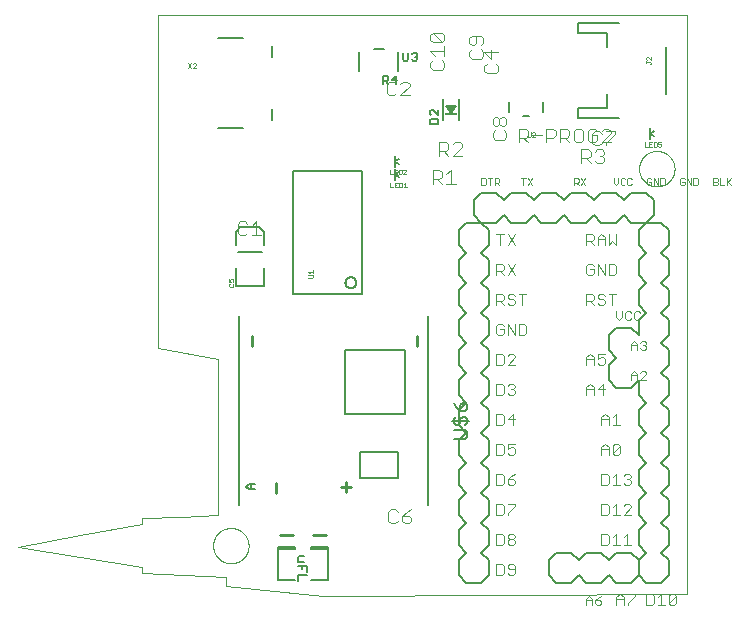
<source format=gto>
G75*
%MOIN*%
%OFA0B0*%
%FSLAX25Y25*%
%IPPOS*%
%LPD*%
%AMOC8*
5,1,8,0,0,1.08239X$1,22.5*
%
%ADD10C,0.00000*%
%ADD11C,0.00400*%
%ADD12C,0.00800*%
%ADD13C,0.00500*%
%ADD14C,0.00100*%
%ADD15C,0.00300*%
%ADD16C,0.00200*%
%ADD17C,0.00600*%
%ADD18C,0.00900*%
%ADD19C,0.00700*%
%ADD20R,0.03937X0.00787*%
%ADD21C,0.01000*%
D10*
X0004557Y0022435D02*
X0025391Y0026394D01*
X0045891Y0030019D01*
X0045960Y0031852D01*
X0046030Y0032019D01*
X0058794Y0032505D01*
X0071224Y0032991D01*
X0071200Y0032985D02*
X0071225Y0058990D01*
X0071224Y0058963D02*
X0071224Y0084935D01*
X0051224Y0088685D01*
X0051224Y0199797D01*
X0227474Y0199797D01*
X0227474Y0006741D01*
X0166919Y0006394D01*
X0106363Y0006047D01*
X0074002Y0009419D01*
X0074002Y0012574D01*
X0059905Y0013130D01*
X0045807Y0013685D01*
X0045807Y0015908D01*
X0004557Y0022435D01*
X0069653Y0022850D02*
X0069655Y0023003D01*
X0069661Y0023157D01*
X0069671Y0023310D01*
X0069685Y0023462D01*
X0069703Y0023615D01*
X0069725Y0023766D01*
X0069750Y0023917D01*
X0069780Y0024068D01*
X0069814Y0024218D01*
X0069851Y0024366D01*
X0069892Y0024514D01*
X0069937Y0024660D01*
X0069986Y0024806D01*
X0070039Y0024950D01*
X0070095Y0025092D01*
X0070155Y0025233D01*
X0070219Y0025373D01*
X0070286Y0025511D01*
X0070357Y0025647D01*
X0070432Y0025781D01*
X0070509Y0025913D01*
X0070591Y0026043D01*
X0070675Y0026171D01*
X0070763Y0026297D01*
X0070854Y0026420D01*
X0070948Y0026541D01*
X0071046Y0026659D01*
X0071146Y0026775D01*
X0071250Y0026888D01*
X0071356Y0026999D01*
X0071465Y0027107D01*
X0071577Y0027212D01*
X0071691Y0027313D01*
X0071809Y0027412D01*
X0071928Y0027508D01*
X0072050Y0027601D01*
X0072175Y0027690D01*
X0072302Y0027777D01*
X0072431Y0027859D01*
X0072562Y0027939D01*
X0072695Y0028015D01*
X0072830Y0028088D01*
X0072967Y0028157D01*
X0073106Y0028222D01*
X0073246Y0028284D01*
X0073388Y0028342D01*
X0073531Y0028397D01*
X0073676Y0028448D01*
X0073822Y0028495D01*
X0073969Y0028538D01*
X0074117Y0028577D01*
X0074266Y0028613D01*
X0074416Y0028644D01*
X0074567Y0028672D01*
X0074718Y0028696D01*
X0074871Y0028716D01*
X0075023Y0028732D01*
X0075176Y0028744D01*
X0075329Y0028752D01*
X0075482Y0028756D01*
X0075636Y0028756D01*
X0075789Y0028752D01*
X0075942Y0028744D01*
X0076095Y0028732D01*
X0076247Y0028716D01*
X0076400Y0028696D01*
X0076551Y0028672D01*
X0076702Y0028644D01*
X0076852Y0028613D01*
X0077001Y0028577D01*
X0077149Y0028538D01*
X0077296Y0028495D01*
X0077442Y0028448D01*
X0077587Y0028397D01*
X0077730Y0028342D01*
X0077872Y0028284D01*
X0078012Y0028222D01*
X0078151Y0028157D01*
X0078288Y0028088D01*
X0078423Y0028015D01*
X0078556Y0027939D01*
X0078687Y0027859D01*
X0078816Y0027777D01*
X0078943Y0027690D01*
X0079068Y0027601D01*
X0079190Y0027508D01*
X0079309Y0027412D01*
X0079427Y0027313D01*
X0079541Y0027212D01*
X0079653Y0027107D01*
X0079762Y0026999D01*
X0079868Y0026888D01*
X0079972Y0026775D01*
X0080072Y0026659D01*
X0080170Y0026541D01*
X0080264Y0026420D01*
X0080355Y0026297D01*
X0080443Y0026171D01*
X0080527Y0026043D01*
X0080609Y0025913D01*
X0080686Y0025781D01*
X0080761Y0025647D01*
X0080832Y0025511D01*
X0080899Y0025373D01*
X0080963Y0025233D01*
X0081023Y0025092D01*
X0081079Y0024950D01*
X0081132Y0024806D01*
X0081181Y0024660D01*
X0081226Y0024514D01*
X0081267Y0024366D01*
X0081304Y0024218D01*
X0081338Y0024068D01*
X0081368Y0023917D01*
X0081393Y0023766D01*
X0081415Y0023615D01*
X0081433Y0023462D01*
X0081447Y0023310D01*
X0081457Y0023157D01*
X0081463Y0023003D01*
X0081465Y0022850D01*
X0081463Y0022697D01*
X0081457Y0022543D01*
X0081447Y0022390D01*
X0081433Y0022238D01*
X0081415Y0022085D01*
X0081393Y0021934D01*
X0081368Y0021783D01*
X0081338Y0021632D01*
X0081304Y0021482D01*
X0081267Y0021334D01*
X0081226Y0021186D01*
X0081181Y0021040D01*
X0081132Y0020894D01*
X0081079Y0020750D01*
X0081023Y0020608D01*
X0080963Y0020467D01*
X0080899Y0020327D01*
X0080832Y0020189D01*
X0080761Y0020053D01*
X0080686Y0019919D01*
X0080609Y0019787D01*
X0080527Y0019657D01*
X0080443Y0019529D01*
X0080355Y0019403D01*
X0080264Y0019280D01*
X0080170Y0019159D01*
X0080072Y0019041D01*
X0079972Y0018925D01*
X0079868Y0018812D01*
X0079762Y0018701D01*
X0079653Y0018593D01*
X0079541Y0018488D01*
X0079427Y0018387D01*
X0079309Y0018288D01*
X0079190Y0018192D01*
X0079068Y0018099D01*
X0078943Y0018010D01*
X0078816Y0017923D01*
X0078687Y0017841D01*
X0078556Y0017761D01*
X0078423Y0017685D01*
X0078288Y0017612D01*
X0078151Y0017543D01*
X0078012Y0017478D01*
X0077872Y0017416D01*
X0077730Y0017358D01*
X0077587Y0017303D01*
X0077442Y0017252D01*
X0077296Y0017205D01*
X0077149Y0017162D01*
X0077001Y0017123D01*
X0076852Y0017087D01*
X0076702Y0017056D01*
X0076551Y0017028D01*
X0076400Y0017004D01*
X0076247Y0016984D01*
X0076095Y0016968D01*
X0075942Y0016956D01*
X0075789Y0016948D01*
X0075636Y0016944D01*
X0075482Y0016944D01*
X0075329Y0016948D01*
X0075176Y0016956D01*
X0075023Y0016968D01*
X0074871Y0016984D01*
X0074718Y0017004D01*
X0074567Y0017028D01*
X0074416Y0017056D01*
X0074266Y0017087D01*
X0074117Y0017123D01*
X0073969Y0017162D01*
X0073822Y0017205D01*
X0073676Y0017252D01*
X0073531Y0017303D01*
X0073388Y0017358D01*
X0073246Y0017416D01*
X0073106Y0017478D01*
X0072967Y0017543D01*
X0072830Y0017612D01*
X0072695Y0017685D01*
X0072562Y0017761D01*
X0072431Y0017841D01*
X0072302Y0017923D01*
X0072175Y0018010D01*
X0072050Y0018099D01*
X0071928Y0018192D01*
X0071809Y0018288D01*
X0071691Y0018387D01*
X0071577Y0018488D01*
X0071465Y0018593D01*
X0071356Y0018701D01*
X0071250Y0018812D01*
X0071146Y0018925D01*
X0071046Y0019041D01*
X0070948Y0019159D01*
X0070854Y0019280D01*
X0070763Y0019403D01*
X0070675Y0019529D01*
X0070591Y0019657D01*
X0070509Y0019787D01*
X0070432Y0019919D01*
X0070357Y0020053D01*
X0070286Y0020189D01*
X0070219Y0020327D01*
X0070155Y0020467D01*
X0070095Y0020608D01*
X0070039Y0020750D01*
X0069986Y0020894D01*
X0069937Y0021040D01*
X0069892Y0021186D01*
X0069851Y0021334D01*
X0069814Y0021482D01*
X0069780Y0021632D01*
X0069750Y0021783D01*
X0069725Y0021934D01*
X0069703Y0022085D01*
X0069685Y0022238D01*
X0069671Y0022390D01*
X0069661Y0022543D01*
X0069655Y0022697D01*
X0069653Y0022850D01*
X0211639Y0148504D02*
X0211641Y0148657D01*
X0211647Y0148811D01*
X0211657Y0148964D01*
X0211671Y0149116D01*
X0211689Y0149269D01*
X0211711Y0149420D01*
X0211736Y0149571D01*
X0211766Y0149722D01*
X0211800Y0149872D01*
X0211837Y0150020D01*
X0211878Y0150168D01*
X0211923Y0150314D01*
X0211972Y0150460D01*
X0212025Y0150604D01*
X0212081Y0150746D01*
X0212141Y0150887D01*
X0212205Y0151027D01*
X0212272Y0151165D01*
X0212343Y0151301D01*
X0212418Y0151435D01*
X0212495Y0151567D01*
X0212577Y0151697D01*
X0212661Y0151825D01*
X0212749Y0151951D01*
X0212840Y0152074D01*
X0212934Y0152195D01*
X0213032Y0152313D01*
X0213132Y0152429D01*
X0213236Y0152542D01*
X0213342Y0152653D01*
X0213451Y0152761D01*
X0213563Y0152866D01*
X0213677Y0152967D01*
X0213795Y0153066D01*
X0213914Y0153162D01*
X0214036Y0153255D01*
X0214161Y0153344D01*
X0214288Y0153431D01*
X0214417Y0153513D01*
X0214548Y0153593D01*
X0214681Y0153669D01*
X0214816Y0153742D01*
X0214953Y0153811D01*
X0215092Y0153876D01*
X0215232Y0153938D01*
X0215374Y0153996D01*
X0215517Y0154051D01*
X0215662Y0154102D01*
X0215808Y0154149D01*
X0215955Y0154192D01*
X0216103Y0154231D01*
X0216252Y0154267D01*
X0216402Y0154298D01*
X0216553Y0154326D01*
X0216704Y0154350D01*
X0216857Y0154370D01*
X0217009Y0154386D01*
X0217162Y0154398D01*
X0217315Y0154406D01*
X0217468Y0154410D01*
X0217622Y0154410D01*
X0217775Y0154406D01*
X0217928Y0154398D01*
X0218081Y0154386D01*
X0218233Y0154370D01*
X0218386Y0154350D01*
X0218537Y0154326D01*
X0218688Y0154298D01*
X0218838Y0154267D01*
X0218987Y0154231D01*
X0219135Y0154192D01*
X0219282Y0154149D01*
X0219428Y0154102D01*
X0219573Y0154051D01*
X0219716Y0153996D01*
X0219858Y0153938D01*
X0219998Y0153876D01*
X0220137Y0153811D01*
X0220274Y0153742D01*
X0220409Y0153669D01*
X0220542Y0153593D01*
X0220673Y0153513D01*
X0220802Y0153431D01*
X0220929Y0153344D01*
X0221054Y0153255D01*
X0221176Y0153162D01*
X0221295Y0153066D01*
X0221413Y0152967D01*
X0221527Y0152866D01*
X0221639Y0152761D01*
X0221748Y0152653D01*
X0221854Y0152542D01*
X0221958Y0152429D01*
X0222058Y0152313D01*
X0222156Y0152195D01*
X0222250Y0152074D01*
X0222341Y0151951D01*
X0222429Y0151825D01*
X0222513Y0151697D01*
X0222595Y0151567D01*
X0222672Y0151435D01*
X0222747Y0151301D01*
X0222818Y0151165D01*
X0222885Y0151027D01*
X0222949Y0150887D01*
X0223009Y0150746D01*
X0223065Y0150604D01*
X0223118Y0150460D01*
X0223167Y0150314D01*
X0223212Y0150168D01*
X0223253Y0150020D01*
X0223290Y0149872D01*
X0223324Y0149722D01*
X0223354Y0149571D01*
X0223379Y0149420D01*
X0223401Y0149269D01*
X0223419Y0149116D01*
X0223433Y0148964D01*
X0223443Y0148811D01*
X0223449Y0148657D01*
X0223451Y0148504D01*
X0223449Y0148351D01*
X0223443Y0148197D01*
X0223433Y0148044D01*
X0223419Y0147892D01*
X0223401Y0147739D01*
X0223379Y0147588D01*
X0223354Y0147437D01*
X0223324Y0147286D01*
X0223290Y0147136D01*
X0223253Y0146988D01*
X0223212Y0146840D01*
X0223167Y0146694D01*
X0223118Y0146548D01*
X0223065Y0146404D01*
X0223009Y0146262D01*
X0222949Y0146121D01*
X0222885Y0145981D01*
X0222818Y0145843D01*
X0222747Y0145707D01*
X0222672Y0145573D01*
X0222595Y0145441D01*
X0222513Y0145311D01*
X0222429Y0145183D01*
X0222341Y0145057D01*
X0222250Y0144934D01*
X0222156Y0144813D01*
X0222058Y0144695D01*
X0221958Y0144579D01*
X0221854Y0144466D01*
X0221748Y0144355D01*
X0221639Y0144247D01*
X0221527Y0144142D01*
X0221413Y0144041D01*
X0221295Y0143942D01*
X0221176Y0143846D01*
X0221054Y0143753D01*
X0220929Y0143664D01*
X0220802Y0143577D01*
X0220673Y0143495D01*
X0220542Y0143415D01*
X0220409Y0143339D01*
X0220274Y0143266D01*
X0220137Y0143197D01*
X0219998Y0143132D01*
X0219858Y0143070D01*
X0219716Y0143012D01*
X0219573Y0142957D01*
X0219428Y0142906D01*
X0219282Y0142859D01*
X0219135Y0142816D01*
X0218987Y0142777D01*
X0218838Y0142741D01*
X0218688Y0142710D01*
X0218537Y0142682D01*
X0218386Y0142658D01*
X0218233Y0142638D01*
X0218081Y0142622D01*
X0217928Y0142610D01*
X0217775Y0142602D01*
X0217622Y0142598D01*
X0217468Y0142598D01*
X0217315Y0142602D01*
X0217162Y0142610D01*
X0217009Y0142622D01*
X0216857Y0142638D01*
X0216704Y0142658D01*
X0216553Y0142682D01*
X0216402Y0142710D01*
X0216252Y0142741D01*
X0216103Y0142777D01*
X0215955Y0142816D01*
X0215808Y0142859D01*
X0215662Y0142906D01*
X0215517Y0142957D01*
X0215374Y0143012D01*
X0215232Y0143070D01*
X0215092Y0143132D01*
X0214953Y0143197D01*
X0214816Y0143266D01*
X0214681Y0143339D01*
X0214548Y0143415D01*
X0214417Y0143495D01*
X0214288Y0143577D01*
X0214161Y0143664D01*
X0214036Y0143753D01*
X0213914Y0143846D01*
X0213795Y0143942D01*
X0213677Y0144041D01*
X0213563Y0144142D01*
X0213451Y0144247D01*
X0213342Y0144355D01*
X0213236Y0144466D01*
X0213132Y0144579D01*
X0213032Y0144695D01*
X0212934Y0144813D01*
X0212840Y0144934D01*
X0212749Y0145057D01*
X0212661Y0145183D01*
X0212577Y0145311D01*
X0212495Y0145441D01*
X0212418Y0145573D01*
X0212343Y0145707D01*
X0212272Y0145843D01*
X0212205Y0145981D01*
X0212141Y0146121D01*
X0212081Y0146262D01*
X0212025Y0146404D01*
X0211972Y0146548D01*
X0211923Y0146694D01*
X0211878Y0146840D01*
X0211837Y0146988D01*
X0211800Y0147136D01*
X0211766Y0147286D01*
X0211736Y0147437D01*
X0211711Y0147588D01*
X0211689Y0147739D01*
X0211671Y0147892D01*
X0211657Y0148044D01*
X0211647Y0148197D01*
X0211641Y0148351D01*
X0211639Y0148504D01*
D11*
X0202193Y0157285D02*
X0199124Y0157285D01*
X0202193Y0160355D01*
X0202193Y0161122D01*
X0201426Y0161889D01*
X0199891Y0161889D01*
X0199124Y0161122D01*
X0198402Y0160989D02*
X0196867Y0160989D01*
X0196100Y0160222D01*
X0196100Y0157153D01*
X0196867Y0156385D01*
X0198402Y0156385D01*
X0199169Y0157153D01*
X0200704Y0157153D02*
X0200704Y0156385D01*
X0200704Y0157153D02*
X0203773Y0160222D01*
X0203773Y0160989D01*
X0200704Y0160989D01*
X0199169Y0160222D02*
X0198402Y0160989D01*
X0197589Y0161122D02*
X0196822Y0161889D01*
X0195287Y0161889D01*
X0194520Y0161122D01*
X0194520Y0158053D01*
X0195287Y0157285D01*
X0196822Y0157285D01*
X0197589Y0158053D01*
X0197589Y0159587D01*
X0196054Y0159587D01*
X0192985Y0158053D02*
X0192218Y0157285D01*
X0190683Y0157285D01*
X0189916Y0158053D01*
X0189916Y0161122D01*
X0190683Y0161889D01*
X0192218Y0161889D01*
X0192985Y0161122D01*
X0192985Y0158053D01*
X0192392Y0154989D02*
X0194694Y0154989D01*
X0195461Y0154222D01*
X0195461Y0152687D01*
X0194694Y0151920D01*
X0192392Y0151920D01*
X0192392Y0150385D02*
X0192392Y0154989D01*
X0193927Y0151920D02*
X0195461Y0150385D01*
X0196996Y0151153D02*
X0197763Y0150385D01*
X0199298Y0150385D01*
X0200065Y0151153D01*
X0200065Y0151920D01*
X0199298Y0152687D01*
X0198531Y0152687D01*
X0199298Y0152687D02*
X0200065Y0153455D01*
X0200065Y0154222D01*
X0199298Y0154989D01*
X0197763Y0154989D01*
X0196996Y0154222D01*
X0188381Y0157285D02*
X0186846Y0158820D01*
X0187614Y0158820D02*
X0185312Y0158820D01*
X0185312Y0157285D02*
X0185312Y0161889D01*
X0187614Y0161889D01*
X0188381Y0161122D01*
X0188381Y0159587D01*
X0187614Y0158820D01*
X0183777Y0159587D02*
X0183010Y0158820D01*
X0180708Y0158820D01*
X0180708Y0157285D02*
X0180708Y0161889D01*
X0183010Y0161889D01*
X0183777Y0161122D01*
X0183777Y0159587D01*
X0179173Y0159587D02*
X0176104Y0159587D01*
X0174569Y0159587D02*
X0173802Y0158820D01*
X0171500Y0158820D01*
X0171500Y0157285D02*
X0171500Y0161889D01*
X0173802Y0161889D01*
X0174569Y0161122D01*
X0174569Y0159587D01*
X0173035Y0158820D02*
X0174569Y0157285D01*
X0167385Y0158945D02*
X0167385Y0160480D01*
X0166618Y0161247D01*
X0166618Y0162781D02*
X0165850Y0162781D01*
X0165083Y0163549D01*
X0165083Y0165083D01*
X0165850Y0165851D01*
X0166618Y0165851D01*
X0167385Y0165083D01*
X0167385Y0163549D01*
X0166618Y0162781D01*
X0165083Y0163549D02*
X0164316Y0162781D01*
X0163548Y0162781D01*
X0162781Y0163549D01*
X0162781Y0165083D01*
X0163548Y0165851D01*
X0164316Y0165851D01*
X0165083Y0165083D01*
X0163548Y0161247D02*
X0162781Y0160480D01*
X0162781Y0158945D01*
X0163548Y0158178D01*
X0166618Y0158178D01*
X0167385Y0158945D01*
X0152650Y0156605D02*
X0151883Y0157372D01*
X0150348Y0157372D01*
X0149581Y0156605D01*
X0148046Y0156605D02*
X0148046Y0155070D01*
X0147279Y0154303D01*
X0144977Y0154303D01*
X0146512Y0154303D02*
X0148046Y0152768D01*
X0149581Y0152768D02*
X0152650Y0155838D01*
X0152650Y0156605D01*
X0152650Y0152768D02*
X0149581Y0152768D01*
X0148046Y0156605D02*
X0147279Y0157372D01*
X0144977Y0157372D01*
X0144977Y0152768D01*
X0145079Y0148160D02*
X0142777Y0148160D01*
X0142777Y0143556D01*
X0142777Y0145090D02*
X0145079Y0145090D01*
X0145847Y0145858D01*
X0145847Y0147392D01*
X0145079Y0148160D01*
X0147381Y0146625D02*
X0148916Y0148160D01*
X0148916Y0143556D01*
X0147381Y0143556D02*
X0150451Y0143556D01*
X0145847Y0143556D02*
X0144312Y0145090D01*
X0135164Y0172924D02*
X0132095Y0172924D01*
X0135164Y0175993D01*
X0135164Y0176760D01*
X0134397Y0177527D01*
X0132863Y0177527D01*
X0132095Y0176760D01*
X0130561Y0176760D02*
X0129793Y0177527D01*
X0128259Y0177527D01*
X0127491Y0176760D01*
X0127491Y0173691D01*
X0128259Y0172924D01*
X0129793Y0172924D01*
X0130561Y0173691D01*
X0142096Y0182341D02*
X0142863Y0181574D01*
X0145933Y0181574D01*
X0146700Y0182341D01*
X0146700Y0183876D01*
X0145933Y0184643D01*
X0146700Y0186178D02*
X0146700Y0189247D01*
X0146700Y0187712D02*
X0142096Y0187712D01*
X0143631Y0186178D01*
X0142863Y0184643D02*
X0142096Y0183876D01*
X0142096Y0182341D01*
X0142863Y0190781D02*
X0142096Y0191549D01*
X0142096Y0193083D01*
X0142863Y0193851D01*
X0145933Y0190781D01*
X0146700Y0191549D01*
X0146700Y0193083D01*
X0145933Y0193851D01*
X0142863Y0193851D01*
X0142863Y0190781D02*
X0145933Y0190781D01*
X0155096Y0190549D02*
X0155863Y0189781D01*
X0156631Y0189781D01*
X0157398Y0190549D01*
X0157398Y0192851D01*
X0158933Y0192851D02*
X0155863Y0192851D01*
X0155096Y0192083D01*
X0155096Y0190549D01*
X0158933Y0189781D02*
X0159700Y0190549D01*
X0159700Y0192083D01*
X0158933Y0192851D01*
X0158933Y0188247D02*
X0159700Y0187480D01*
X0159700Y0185945D01*
X0158933Y0185178D01*
X0155863Y0185178D01*
X0155096Y0185945D01*
X0155096Y0187480D01*
X0155863Y0188247D01*
X0160096Y0187291D02*
X0162398Y0184989D01*
X0162398Y0188059D01*
X0164700Y0187291D02*
X0160096Y0187291D01*
X0160863Y0183455D02*
X0160096Y0182687D01*
X0160096Y0181153D01*
X0160863Y0180385D01*
X0163933Y0180385D01*
X0164700Y0181153D01*
X0164700Y0182687D01*
X0163933Y0183455D01*
X0084031Y0130989D02*
X0084031Y0126385D01*
X0085565Y0126385D02*
X0082496Y0126385D01*
X0080961Y0127153D02*
X0080194Y0126385D01*
X0078659Y0126385D01*
X0077892Y0127153D01*
X0077892Y0130222D01*
X0078659Y0130989D01*
X0080194Y0130989D01*
X0080961Y0130222D01*
X0082496Y0129455D02*
X0084031Y0130989D01*
X0128867Y0034989D02*
X0128100Y0034222D01*
X0128100Y0031153D01*
X0128867Y0030385D01*
X0130402Y0030385D01*
X0131169Y0031153D01*
X0132704Y0031153D02*
X0133471Y0030385D01*
X0135006Y0030385D01*
X0135773Y0031153D01*
X0135773Y0031920D01*
X0135006Y0032687D01*
X0132704Y0032687D01*
X0132704Y0031153D01*
X0132704Y0032687D02*
X0134239Y0034222D01*
X0135773Y0034989D01*
X0131169Y0034222D02*
X0130402Y0034989D01*
X0128867Y0034989D01*
D12*
X0107868Y0022391D02*
X0107868Y0021604D01*
X0102356Y0021604D01*
X0102356Y0022391D01*
X0107868Y0022391D01*
X0107474Y0021997D02*
X0102356Y0021997D01*
X0096844Y0021997D02*
X0091726Y0021997D01*
X0091332Y0021604D02*
X0091332Y0022391D01*
X0096844Y0022391D01*
X0096844Y0021604D01*
X0091332Y0021604D01*
X0091332Y0011367D01*
X0096844Y0011367D01*
X0102356Y0011367D02*
X0107868Y0011367D01*
X0107868Y0021604D01*
X0149981Y0058490D02*
X0153484Y0058490D01*
X0154185Y0059191D01*
X0154185Y0060592D01*
X0153484Y0061293D01*
X0149981Y0061293D01*
X0150682Y0063094D02*
X0149981Y0063795D01*
X0149981Y0065196D01*
X0150682Y0065896D01*
X0152083Y0065196D02*
X0152083Y0063795D01*
X0151383Y0063094D01*
X0150682Y0063094D01*
X0149281Y0064495D02*
X0154886Y0064495D01*
X0154185Y0063795D02*
X0154185Y0065196D01*
X0153484Y0065896D01*
X0152784Y0065896D01*
X0152083Y0065196D01*
X0152083Y0067698D02*
X0152083Y0069800D01*
X0152784Y0070500D01*
X0153484Y0070500D01*
X0154185Y0069800D01*
X0154185Y0068399D01*
X0153484Y0067698D01*
X0152083Y0067698D01*
X0150682Y0069099D01*
X0149981Y0070500D01*
X0154185Y0063795D02*
X0153484Y0063094D01*
X0086624Y0109343D02*
X0077176Y0109343D01*
X0077176Y0115248D01*
X0077176Y0123122D02*
X0077176Y0127453D01*
X0078750Y0129028D01*
X0085050Y0129028D01*
X0086624Y0127453D01*
X0086624Y0123122D01*
X0086624Y0115248D02*
X0086624Y0109343D01*
X0130431Y0144774D02*
X0130431Y0146585D01*
X0131651Y0147506D01*
X0130431Y0148396D02*
X0130431Y0146585D01*
X0130491Y0146485D02*
X0131651Y0145726D01*
X0130231Y0149174D02*
X0130231Y0150985D01*
X0131451Y0151906D01*
X0130231Y0152796D02*
X0130231Y0150985D01*
X0130291Y0150885D02*
X0131451Y0150126D01*
X0146144Y0164748D02*
X0146144Y0171622D01*
X0147325Y0169367D02*
X0150475Y0169367D01*
X0148900Y0167004D01*
X0147325Y0169367D01*
X0148113Y0168973D02*
X0149687Y0168973D01*
X0148900Y0167792D01*
X0148113Y0168973D01*
X0148179Y0168873D02*
X0149621Y0168873D01*
X0149088Y0168074D02*
X0148712Y0168074D01*
X0151656Y0164748D02*
X0151656Y0171622D01*
X0168300Y0170876D02*
X0168300Y0167495D01*
X0172843Y0165995D02*
X0174957Y0165995D01*
X0179500Y0167495D02*
X0179500Y0170876D01*
X0191183Y0168587D02*
X0191183Y0165437D01*
X0204963Y0165437D01*
X0201026Y0168587D02*
X0191183Y0168587D01*
X0201026Y0168587D02*
X0201026Y0173311D01*
X0215231Y0161996D02*
X0215231Y0160185D01*
X0216451Y0161106D01*
X0215231Y0160185D02*
X0215231Y0158374D01*
X0216451Y0159326D02*
X0215291Y0160085D01*
X0220711Y0173311D02*
X0220711Y0189059D01*
X0204963Y0196933D02*
X0191183Y0196933D01*
X0191183Y0193784D01*
X0201026Y0193784D01*
X0201026Y0189059D01*
X0131396Y0187335D02*
X0131396Y0181036D01*
X0126475Y0188319D02*
X0123325Y0188319D01*
X0118404Y0187335D02*
X0118404Y0181036D01*
X0089363Y0185755D02*
X0089363Y0189299D01*
X0079521Y0192054D02*
X0071253Y0192054D01*
X0089363Y0168432D02*
X0089363Y0164889D01*
X0079521Y0162133D02*
X0071253Y0162133D01*
D13*
X0077900Y0120685D02*
X0085900Y0120685D01*
X0078404Y0099461D02*
X0078404Y0036439D01*
X0097900Y0018869D02*
X0097900Y0017368D01*
X0099902Y0017368D01*
X0099401Y0016147D02*
X0099401Y0015146D01*
X0097900Y0016147D02*
X0100903Y0016147D01*
X0100903Y0014145D01*
X0100903Y0012924D02*
X0097900Y0012924D01*
X0097900Y0010922D01*
X0097900Y0018869D02*
X0098400Y0019370D01*
X0099902Y0019370D01*
X0118650Y0045435D02*
X0131150Y0045435D01*
X0131150Y0054185D01*
X0118650Y0054185D01*
X0118650Y0045435D01*
X0141396Y0036439D02*
X0141396Y0099461D01*
X0151449Y0098000D02*
X0151449Y0093000D01*
X0153949Y0090500D01*
X0151449Y0088000D01*
X0151449Y0083000D01*
X0153949Y0080500D01*
X0151449Y0078000D01*
X0151449Y0073000D01*
X0153949Y0070500D01*
X0151449Y0068000D01*
X0151449Y0063000D01*
X0153949Y0060500D01*
X0151449Y0058000D01*
X0151449Y0053000D01*
X0153949Y0050500D01*
X0151449Y0048000D01*
X0151449Y0043000D01*
X0153949Y0040500D01*
X0151449Y0038000D01*
X0151449Y0033000D01*
X0153949Y0030500D01*
X0151449Y0028000D01*
X0151449Y0023000D01*
X0153949Y0020500D01*
X0151449Y0018000D01*
X0151449Y0013000D01*
X0153949Y0010500D01*
X0158949Y0010500D01*
X0161449Y0013000D01*
X0161449Y0018000D01*
X0158949Y0020500D01*
X0161449Y0023000D01*
X0161449Y0028000D01*
X0158949Y0030500D01*
X0161449Y0033000D01*
X0161449Y0038000D01*
X0158949Y0040500D01*
X0161449Y0043000D01*
X0161449Y0048000D01*
X0158949Y0050500D01*
X0161449Y0053000D01*
X0161449Y0058000D01*
X0158949Y0060500D01*
X0161449Y0063000D01*
X0161449Y0068000D01*
X0158949Y0070500D01*
X0161449Y0073000D01*
X0161449Y0078000D01*
X0158949Y0080500D01*
X0161449Y0083000D01*
X0161449Y0088000D01*
X0158949Y0090500D01*
X0161449Y0093000D01*
X0161449Y0098000D01*
X0158949Y0100500D01*
X0161449Y0103000D01*
X0161449Y0108000D01*
X0158949Y0110500D01*
X0161449Y0113000D01*
X0161449Y0118000D01*
X0158949Y0120500D01*
X0161449Y0123000D01*
X0161449Y0128000D01*
X0158949Y0130500D01*
X0156449Y0133000D01*
X0156449Y0138000D01*
X0158949Y0140500D01*
X0163949Y0140500D01*
X0166449Y0138000D01*
X0168949Y0140500D01*
X0173949Y0140500D01*
X0176449Y0138000D01*
X0178949Y0140500D01*
X0183949Y0140500D01*
X0186449Y0138000D01*
X0188949Y0140500D01*
X0193949Y0140500D01*
X0196449Y0138000D01*
X0198949Y0140500D01*
X0203949Y0140500D01*
X0206449Y0138000D01*
X0208949Y0140500D01*
X0213949Y0140500D01*
X0216449Y0138000D01*
X0216449Y0133000D01*
X0213949Y0130500D01*
X0208949Y0130500D01*
X0206449Y0133000D01*
X0203949Y0130500D01*
X0198949Y0130500D01*
X0196449Y0133000D01*
X0193949Y0130500D01*
X0188949Y0130500D01*
X0186449Y0133000D01*
X0183949Y0130500D01*
X0178949Y0130500D01*
X0176449Y0133000D01*
X0173949Y0130500D01*
X0168949Y0130500D01*
X0166449Y0133000D01*
X0163949Y0130500D01*
X0158949Y0130500D01*
X0153949Y0130500D01*
X0151449Y0128000D01*
X0151449Y0123000D01*
X0153949Y0120500D01*
X0151449Y0118000D01*
X0151449Y0113000D01*
X0153949Y0110500D01*
X0151449Y0108000D01*
X0151449Y0103000D01*
X0153949Y0100500D01*
X0151449Y0098000D01*
X0133650Y0087935D02*
X0113650Y0087935D01*
X0113650Y0066685D01*
X0133650Y0066685D01*
X0133650Y0087935D01*
X0201449Y0088000D02*
X0201449Y0093000D01*
X0203949Y0095500D01*
X0208949Y0095500D01*
X0211449Y0093000D01*
X0211449Y0098000D01*
X0213949Y0100500D01*
X0211449Y0103000D01*
X0211449Y0108000D01*
X0213949Y0110500D01*
X0211449Y0113000D01*
X0211449Y0118000D01*
X0213949Y0120500D01*
X0211449Y0123000D01*
X0211449Y0128000D01*
X0213949Y0130500D01*
X0218949Y0130500D01*
X0221449Y0128000D01*
X0221449Y0123000D01*
X0218949Y0120500D01*
X0221449Y0118000D01*
X0221449Y0113000D01*
X0218949Y0110500D01*
X0221449Y0108000D01*
X0221449Y0103000D01*
X0218949Y0100500D01*
X0221449Y0098000D01*
X0221449Y0093000D01*
X0218949Y0090500D01*
X0221449Y0088000D01*
X0221449Y0083000D01*
X0218949Y0080500D01*
X0221449Y0078000D01*
X0221449Y0073000D01*
X0218949Y0070500D01*
X0221449Y0068000D01*
X0221449Y0063000D01*
X0218949Y0060500D01*
X0221449Y0058000D01*
X0221449Y0053000D01*
X0218949Y0050500D01*
X0221449Y0048000D01*
X0221449Y0043000D01*
X0218949Y0040500D01*
X0221449Y0038000D01*
X0221449Y0033000D01*
X0218949Y0030500D01*
X0221449Y0028000D01*
X0221449Y0023000D01*
X0218949Y0020500D01*
X0221449Y0018000D01*
X0221449Y0013000D01*
X0218949Y0010500D01*
X0213949Y0010500D01*
X0211449Y0013000D01*
X0208949Y0010500D01*
X0203949Y0010500D01*
X0201449Y0013000D01*
X0198949Y0010500D01*
X0193949Y0010500D01*
X0191449Y0013000D01*
X0188949Y0010500D01*
X0183949Y0010500D01*
X0181449Y0013000D01*
X0181449Y0018000D01*
X0183949Y0020500D01*
X0188949Y0020500D01*
X0191449Y0018000D01*
X0193949Y0020500D01*
X0198949Y0020500D01*
X0201449Y0018000D01*
X0203949Y0020500D01*
X0208949Y0020500D01*
X0211449Y0018000D01*
X0211449Y0013000D01*
X0211449Y0018000D02*
X0213949Y0020500D01*
X0211449Y0023000D01*
X0211449Y0028000D01*
X0213949Y0030500D01*
X0211449Y0033000D01*
X0211449Y0038000D01*
X0213949Y0040500D01*
X0211449Y0043000D01*
X0211449Y0048000D01*
X0213949Y0050500D01*
X0211449Y0053000D01*
X0211449Y0058000D01*
X0213949Y0060500D01*
X0211449Y0063000D01*
X0211449Y0068000D01*
X0213949Y0070500D01*
X0211449Y0073000D01*
X0211449Y0078000D01*
X0208949Y0075500D01*
X0203949Y0075500D01*
X0201449Y0078000D01*
X0201449Y0083000D01*
X0203949Y0085500D01*
X0201449Y0088000D01*
D14*
X0134178Y0142285D02*
X0133177Y0142285D01*
X0133677Y0142285D02*
X0133677Y0143787D01*
X0133177Y0143286D01*
X0132704Y0143536D02*
X0132454Y0143787D01*
X0131703Y0143787D01*
X0131703Y0142285D01*
X0132454Y0142285D01*
X0132704Y0142536D01*
X0132704Y0143536D01*
X0131231Y0143787D02*
X0130230Y0143787D01*
X0130230Y0142285D01*
X0131231Y0142285D01*
X0130731Y0143036D02*
X0130230Y0143036D01*
X0129758Y0142285D02*
X0128757Y0142285D01*
X0128757Y0143787D01*
X0128557Y0146685D02*
X0129558Y0146685D01*
X0130030Y0146685D02*
X0130030Y0148187D01*
X0131031Y0148187D01*
X0131503Y0148187D02*
X0132254Y0148187D01*
X0132504Y0147936D01*
X0132504Y0146936D01*
X0132254Y0146685D01*
X0131503Y0146685D01*
X0131503Y0148187D01*
X0130531Y0147436D02*
X0130030Y0147436D01*
X0130030Y0146685D02*
X0131031Y0146685D01*
X0132977Y0146685D02*
X0133978Y0147686D01*
X0133978Y0147936D01*
X0133727Y0148187D01*
X0133227Y0148187D01*
X0132977Y0147936D01*
X0132977Y0146685D02*
X0133978Y0146685D01*
X0128557Y0146685D02*
X0128557Y0148187D01*
X0102850Y0114710D02*
X0102850Y0113709D01*
X0102850Y0114209D02*
X0101349Y0114209D01*
X0101849Y0113709D01*
X0101349Y0113236D02*
X0102600Y0113236D01*
X0102850Y0112986D01*
X0102850Y0112486D01*
X0102600Y0112235D01*
X0101349Y0112235D01*
X0076413Y0111459D02*
X0076413Y0110959D01*
X0076163Y0110709D01*
X0076163Y0110236D02*
X0076413Y0109986D01*
X0076413Y0109486D01*
X0076163Y0109235D01*
X0075162Y0109235D01*
X0074912Y0109486D01*
X0074912Y0109986D01*
X0075162Y0110236D01*
X0074912Y0110709D02*
X0075662Y0110709D01*
X0075412Y0111209D01*
X0075412Y0111459D01*
X0075662Y0111710D01*
X0076163Y0111710D01*
X0076413Y0111459D01*
X0074912Y0111710D02*
X0074912Y0110709D01*
X0063895Y0182144D02*
X0062894Y0182144D01*
X0063895Y0183145D01*
X0063895Y0183395D01*
X0063645Y0183645D01*
X0063144Y0183645D01*
X0062894Y0183395D01*
X0062422Y0183645D02*
X0061421Y0182144D01*
X0062422Y0182144D02*
X0061421Y0183645D01*
X0174503Y0160637D02*
X0174503Y0159386D01*
X0174754Y0159135D01*
X0175254Y0159135D01*
X0175504Y0159386D01*
X0175504Y0160637D01*
X0175977Y0160386D02*
X0176227Y0160637D01*
X0176727Y0160637D01*
X0176978Y0160386D01*
X0176978Y0160136D01*
X0175977Y0159135D01*
X0176978Y0159135D01*
X0213557Y0157387D02*
X0213557Y0155885D01*
X0214558Y0155885D01*
X0215030Y0155885D02*
X0216031Y0155885D01*
X0216503Y0155885D02*
X0217254Y0155885D01*
X0217504Y0156136D01*
X0217504Y0157136D01*
X0217254Y0157387D01*
X0216503Y0157387D01*
X0216503Y0155885D01*
X0215531Y0156636D02*
X0215030Y0156636D01*
X0215030Y0157387D02*
X0215030Y0155885D01*
X0215030Y0157387D02*
X0216031Y0157387D01*
X0217977Y0157387D02*
X0217977Y0156636D01*
X0218477Y0156886D01*
X0218727Y0156886D01*
X0218978Y0156636D01*
X0218978Y0156136D01*
X0218727Y0155885D01*
X0218227Y0155885D01*
X0217977Y0156136D01*
X0217977Y0157387D02*
X0218978Y0157387D01*
X0215200Y0183289D02*
X0215450Y0183539D01*
X0215450Y0183789D01*
X0215200Y0184040D01*
X0213949Y0184040D01*
X0213949Y0184290D02*
X0213949Y0183789D01*
X0214199Y0184762D02*
X0213949Y0185012D01*
X0213949Y0185513D01*
X0214199Y0185763D01*
X0214449Y0185763D01*
X0215450Y0184762D01*
X0215450Y0185763D01*
D15*
X0203934Y0126853D02*
X0203934Y0123150D01*
X0202700Y0124384D01*
X0201465Y0123150D01*
X0201465Y0126853D01*
X0200251Y0125619D02*
X0200251Y0123150D01*
X0200251Y0125002D02*
X0197782Y0125002D01*
X0197782Y0125619D02*
X0199017Y0126853D01*
X0200251Y0125619D01*
X0197782Y0125619D02*
X0197782Y0123150D01*
X0196568Y0123150D02*
X0195333Y0124384D01*
X0195951Y0124384D02*
X0194099Y0124384D01*
X0194099Y0123150D02*
X0194099Y0126853D01*
X0195951Y0126853D01*
X0196568Y0126236D01*
X0196568Y0125002D01*
X0195951Y0124384D01*
X0195951Y0116853D02*
X0194716Y0116853D01*
X0194099Y0116236D01*
X0194099Y0113767D01*
X0194716Y0113150D01*
X0195951Y0113150D01*
X0196568Y0113767D01*
X0196568Y0115002D01*
X0195333Y0115002D01*
X0196568Y0116236D02*
X0195951Y0116853D01*
X0197782Y0116853D02*
X0200251Y0113150D01*
X0200251Y0116853D01*
X0201465Y0116853D02*
X0203317Y0116853D01*
X0203934Y0116236D01*
X0203934Y0113767D01*
X0203317Y0113150D01*
X0201465Y0113150D01*
X0201465Y0116853D01*
X0197782Y0116853D02*
X0197782Y0113150D01*
X0198399Y0106853D02*
X0197782Y0106236D01*
X0197782Y0105619D01*
X0198399Y0105002D01*
X0199634Y0105002D01*
X0200251Y0104384D01*
X0200251Y0103767D01*
X0199634Y0103150D01*
X0198399Y0103150D01*
X0197782Y0103767D01*
X0196568Y0103150D02*
X0195333Y0104384D01*
X0195951Y0104384D02*
X0194099Y0104384D01*
X0194099Y0103150D02*
X0194099Y0106853D01*
X0195951Y0106853D01*
X0196568Y0106236D01*
X0196568Y0105002D01*
X0195951Y0104384D01*
X0198399Y0106853D02*
X0199634Y0106853D01*
X0200251Y0106236D01*
X0201465Y0106853D02*
X0203934Y0106853D01*
X0202700Y0106853D02*
X0202700Y0103150D01*
X0204099Y0101052D02*
X0204099Y0099117D01*
X0205067Y0098150D01*
X0206034Y0099117D01*
X0206034Y0101052D01*
X0207046Y0100569D02*
X0207046Y0098634D01*
X0207529Y0098150D01*
X0208497Y0098150D01*
X0208981Y0098634D01*
X0209992Y0098634D02*
X0210476Y0098150D01*
X0211443Y0098150D01*
X0211927Y0098634D01*
X0211927Y0100569D02*
X0211443Y0101052D01*
X0210476Y0101052D01*
X0209992Y0100569D01*
X0209992Y0098634D01*
X0208981Y0100569D02*
X0208497Y0101052D01*
X0207529Y0101052D01*
X0207046Y0100569D01*
X0210067Y0091052D02*
X0211034Y0090085D01*
X0211034Y0088150D01*
X0212046Y0088634D02*
X0212529Y0088150D01*
X0213497Y0088150D01*
X0213981Y0088634D01*
X0213981Y0089117D01*
X0213497Y0089601D01*
X0213013Y0089601D01*
X0213497Y0089601D02*
X0213981Y0090085D01*
X0213981Y0090569D01*
X0213497Y0091052D01*
X0212529Y0091052D01*
X0212046Y0090569D01*
X0211034Y0089601D02*
X0209099Y0089601D01*
X0209099Y0090085D02*
X0210067Y0091052D01*
X0209099Y0090085D02*
X0209099Y0088150D01*
X0210067Y0081052D02*
X0211034Y0080085D01*
X0211034Y0078150D01*
X0212046Y0078150D02*
X0213981Y0080085D01*
X0213981Y0080569D01*
X0213497Y0081052D01*
X0212529Y0081052D01*
X0212046Y0080569D01*
X0211034Y0079601D02*
X0209099Y0079601D01*
X0209099Y0080085D02*
X0210067Y0081052D01*
X0209099Y0080085D02*
X0209099Y0078150D01*
X0212046Y0078150D02*
X0213981Y0078150D01*
X0204017Y0066853D02*
X0204017Y0063150D01*
X0205251Y0063150D02*
X0202782Y0063150D01*
X0201568Y0063150D02*
X0201568Y0065619D01*
X0200333Y0066853D01*
X0199099Y0065619D01*
X0199099Y0063150D01*
X0199099Y0065002D02*
X0201568Y0065002D01*
X0202782Y0065619D02*
X0204017Y0066853D01*
X0199634Y0073150D02*
X0199634Y0076853D01*
X0197782Y0075002D01*
X0200251Y0075002D01*
X0196568Y0075002D02*
X0194099Y0075002D01*
X0194099Y0075619D02*
X0195333Y0076853D01*
X0196568Y0075619D01*
X0196568Y0073150D01*
X0194099Y0073150D02*
X0194099Y0075619D01*
X0194099Y0083150D02*
X0194099Y0085619D01*
X0195333Y0086853D01*
X0196568Y0085619D01*
X0196568Y0083150D01*
X0197782Y0083767D02*
X0198399Y0083150D01*
X0199634Y0083150D01*
X0200251Y0083767D01*
X0200251Y0085002D01*
X0199634Y0085619D01*
X0199017Y0085619D01*
X0197782Y0085002D01*
X0197782Y0086853D01*
X0200251Y0086853D01*
X0196568Y0085002D02*
X0194099Y0085002D01*
X0173934Y0093767D02*
X0173934Y0096236D01*
X0173317Y0096853D01*
X0171465Y0096853D01*
X0171465Y0093150D01*
X0173317Y0093150D01*
X0173934Y0093767D01*
X0170251Y0093150D02*
X0170251Y0096853D01*
X0167782Y0096853D02*
X0167782Y0093150D01*
X0166568Y0093767D02*
X0166568Y0095002D01*
X0165333Y0095002D01*
X0164099Y0096236D02*
X0164099Y0093767D01*
X0164716Y0093150D01*
X0165951Y0093150D01*
X0166568Y0093767D01*
X0166568Y0096236D02*
X0165951Y0096853D01*
X0164716Y0096853D01*
X0164099Y0096236D01*
X0167782Y0096853D02*
X0170251Y0093150D01*
X0169634Y0086853D02*
X0168399Y0086853D01*
X0167782Y0086236D01*
X0166568Y0086236D02*
X0165951Y0086853D01*
X0164099Y0086853D01*
X0164099Y0083150D01*
X0165951Y0083150D01*
X0166568Y0083767D01*
X0166568Y0086236D01*
X0169634Y0086853D02*
X0170251Y0086236D01*
X0170251Y0085619D01*
X0167782Y0083150D01*
X0170251Y0083150D01*
X0169634Y0076853D02*
X0168399Y0076853D01*
X0167782Y0076236D01*
X0166568Y0076236D02*
X0165951Y0076853D01*
X0164099Y0076853D01*
X0164099Y0073150D01*
X0165951Y0073150D01*
X0166568Y0073767D01*
X0166568Y0076236D01*
X0169017Y0075002D02*
X0169634Y0075002D01*
X0170251Y0074384D01*
X0170251Y0073767D01*
X0169634Y0073150D01*
X0168399Y0073150D01*
X0167782Y0073767D01*
X0169634Y0075002D02*
X0170251Y0075619D01*
X0170251Y0076236D01*
X0169634Y0076853D01*
X0169634Y0066853D02*
X0167782Y0065002D01*
X0170251Y0065002D01*
X0169634Y0066853D02*
X0169634Y0063150D01*
X0166568Y0063767D02*
X0166568Y0066236D01*
X0165951Y0066853D01*
X0164099Y0066853D01*
X0164099Y0063150D01*
X0165951Y0063150D01*
X0166568Y0063767D01*
X0165951Y0056853D02*
X0164099Y0056853D01*
X0164099Y0053150D01*
X0165951Y0053150D01*
X0166568Y0053767D01*
X0166568Y0056236D01*
X0165951Y0056853D01*
X0167782Y0056853D02*
X0167782Y0055002D01*
X0169017Y0055619D01*
X0169634Y0055619D01*
X0170251Y0055002D01*
X0170251Y0053767D01*
X0169634Y0053150D01*
X0168399Y0053150D01*
X0167782Y0053767D01*
X0167782Y0056853D02*
X0170251Y0056853D01*
X0170251Y0046853D02*
X0169017Y0046236D01*
X0167782Y0045002D01*
X0169634Y0045002D01*
X0170251Y0044384D01*
X0170251Y0043767D01*
X0169634Y0043150D01*
X0168399Y0043150D01*
X0167782Y0043767D01*
X0167782Y0045002D01*
X0166568Y0043767D02*
X0166568Y0046236D01*
X0165951Y0046853D01*
X0164099Y0046853D01*
X0164099Y0043150D01*
X0165951Y0043150D01*
X0166568Y0043767D01*
X0165951Y0036853D02*
X0164099Y0036853D01*
X0164099Y0033150D01*
X0165951Y0033150D01*
X0166568Y0033767D01*
X0166568Y0036236D01*
X0165951Y0036853D01*
X0167782Y0036853D02*
X0170251Y0036853D01*
X0170251Y0036236D01*
X0167782Y0033767D01*
X0167782Y0033150D01*
X0168399Y0026853D02*
X0169634Y0026853D01*
X0170251Y0026236D01*
X0170251Y0025619D01*
X0169634Y0025002D01*
X0168399Y0025002D01*
X0167782Y0025619D01*
X0167782Y0026236D01*
X0168399Y0026853D01*
X0168399Y0025002D02*
X0167782Y0024384D01*
X0167782Y0023767D01*
X0168399Y0023150D01*
X0169634Y0023150D01*
X0170251Y0023767D01*
X0170251Y0024384D01*
X0169634Y0025002D01*
X0166568Y0023767D02*
X0166568Y0026236D01*
X0165951Y0026853D01*
X0164099Y0026853D01*
X0164099Y0023150D01*
X0165951Y0023150D01*
X0166568Y0023767D01*
X0165951Y0016853D02*
X0164099Y0016853D01*
X0164099Y0013150D01*
X0165951Y0013150D01*
X0166568Y0013767D01*
X0166568Y0016236D01*
X0165951Y0016853D01*
X0167782Y0016236D02*
X0167782Y0015619D01*
X0168399Y0015002D01*
X0170251Y0015002D01*
X0170251Y0016236D02*
X0169634Y0016853D01*
X0168399Y0016853D01*
X0167782Y0016236D01*
X0167782Y0013767D02*
X0168399Y0013150D01*
X0169634Y0013150D01*
X0170251Y0013767D01*
X0170251Y0016236D01*
X0194099Y0005085D02*
X0194099Y0003150D01*
X0194099Y0004601D02*
X0196034Y0004601D01*
X0196034Y0005085D02*
X0196034Y0003150D01*
X0197046Y0003634D02*
X0197529Y0003150D01*
X0198497Y0003150D01*
X0198981Y0003634D01*
X0198981Y0004117D01*
X0198497Y0004601D01*
X0197046Y0004601D01*
X0197046Y0003634D01*
X0197046Y0004601D02*
X0198013Y0005569D01*
X0198981Y0006052D01*
X0196034Y0005085D02*
X0195067Y0006052D01*
X0194099Y0005085D01*
X0204099Y0005002D02*
X0206568Y0005002D01*
X0206568Y0005619D02*
X0206568Y0003150D01*
X0207782Y0003150D02*
X0207782Y0003767D01*
X0210251Y0006236D01*
X0210251Y0006853D01*
X0207782Y0006853D01*
X0206568Y0005619D02*
X0205333Y0006853D01*
X0204099Y0005619D01*
X0204099Y0003150D01*
X0214099Y0003150D02*
X0215951Y0003150D01*
X0216568Y0003767D01*
X0216568Y0006236D01*
X0215951Y0006853D01*
X0214099Y0006853D01*
X0214099Y0003150D01*
X0217782Y0003150D02*
X0220251Y0003150D01*
X0219017Y0003150D02*
X0219017Y0006853D01*
X0217782Y0005619D01*
X0221465Y0006236D02*
X0221465Y0003767D01*
X0223934Y0006236D01*
X0223934Y0003767D01*
X0223317Y0003150D01*
X0222083Y0003150D01*
X0221465Y0003767D01*
X0221465Y0006236D02*
X0222083Y0006853D01*
X0223317Y0006853D01*
X0223934Y0006236D01*
X0208934Y0023150D02*
X0206465Y0023150D01*
X0205251Y0023150D02*
X0202782Y0023150D01*
X0204017Y0023150D02*
X0204017Y0026853D01*
X0202782Y0025619D01*
X0201568Y0026236D02*
X0200951Y0026853D01*
X0199099Y0026853D01*
X0199099Y0023150D01*
X0200951Y0023150D01*
X0201568Y0023767D01*
X0201568Y0026236D01*
X0206465Y0025619D02*
X0207700Y0026853D01*
X0207700Y0023150D01*
X0208934Y0033150D02*
X0206465Y0033150D01*
X0208934Y0035619D01*
X0208934Y0036236D01*
X0208317Y0036853D01*
X0207083Y0036853D01*
X0206465Y0036236D01*
X0204017Y0036853D02*
X0204017Y0033150D01*
X0205251Y0033150D02*
X0202782Y0033150D01*
X0201568Y0033767D02*
X0201568Y0036236D01*
X0200951Y0036853D01*
X0199099Y0036853D01*
X0199099Y0033150D01*
X0200951Y0033150D01*
X0201568Y0033767D01*
X0202782Y0035619D02*
X0204017Y0036853D01*
X0204017Y0043150D02*
X0204017Y0046853D01*
X0202782Y0045619D01*
X0201568Y0046236D02*
X0200951Y0046853D01*
X0199099Y0046853D01*
X0199099Y0043150D01*
X0200951Y0043150D01*
X0201568Y0043767D01*
X0201568Y0046236D01*
X0202782Y0043150D02*
X0205251Y0043150D01*
X0206465Y0043767D02*
X0207083Y0043150D01*
X0208317Y0043150D01*
X0208934Y0043767D01*
X0208934Y0044384D01*
X0208317Y0045002D01*
X0207700Y0045002D01*
X0208317Y0045002D02*
X0208934Y0045619D01*
X0208934Y0046236D01*
X0208317Y0046853D01*
X0207083Y0046853D01*
X0206465Y0046236D01*
X0204634Y0053150D02*
X0203399Y0053150D01*
X0202782Y0053767D01*
X0205251Y0056236D01*
X0205251Y0053767D01*
X0204634Y0053150D01*
X0202782Y0053767D02*
X0202782Y0056236D01*
X0203399Y0056853D01*
X0204634Y0056853D01*
X0205251Y0056236D01*
X0201568Y0055619D02*
X0201568Y0053150D01*
X0201568Y0055002D02*
X0199099Y0055002D01*
X0199099Y0055619D02*
X0200333Y0056853D01*
X0201568Y0055619D01*
X0199099Y0055619D02*
X0199099Y0053150D01*
X0172700Y0103150D02*
X0172700Y0106853D01*
X0173934Y0106853D02*
X0171465Y0106853D01*
X0170251Y0106236D02*
X0169634Y0106853D01*
X0168399Y0106853D01*
X0167782Y0106236D01*
X0167782Y0105619D01*
X0168399Y0105002D01*
X0169634Y0105002D01*
X0170251Y0104384D01*
X0170251Y0103767D01*
X0169634Y0103150D01*
X0168399Y0103150D01*
X0167782Y0103767D01*
X0166568Y0103150D02*
X0165333Y0104384D01*
X0165951Y0104384D02*
X0164099Y0104384D01*
X0164099Y0103150D02*
X0164099Y0106853D01*
X0165951Y0106853D01*
X0166568Y0106236D01*
X0166568Y0105002D01*
X0165951Y0104384D01*
X0166568Y0113150D02*
X0165333Y0114384D01*
X0165951Y0114384D02*
X0164099Y0114384D01*
X0164099Y0113150D02*
X0164099Y0116853D01*
X0165951Y0116853D01*
X0166568Y0116236D01*
X0166568Y0115002D01*
X0165951Y0114384D01*
X0167782Y0113150D02*
X0170251Y0116853D01*
X0167782Y0116853D02*
X0170251Y0113150D01*
X0170251Y0123150D02*
X0167782Y0126853D01*
X0166568Y0126853D02*
X0164099Y0126853D01*
X0165333Y0126853D02*
X0165333Y0123150D01*
X0167782Y0123150D02*
X0170251Y0126853D01*
D16*
X0173042Y0143100D02*
X0173042Y0145302D01*
X0172308Y0145302D02*
X0173776Y0145302D01*
X0174518Y0145302D02*
X0175986Y0143100D01*
X0174518Y0143100D02*
X0175986Y0145302D01*
X0164937Y0144935D02*
X0164937Y0144201D01*
X0164570Y0143834D01*
X0163469Y0143834D01*
X0164203Y0143834D02*
X0164937Y0143100D01*
X0163469Y0143100D02*
X0163469Y0145302D01*
X0164570Y0145302D01*
X0164937Y0144935D01*
X0162727Y0145302D02*
X0161259Y0145302D01*
X0161993Y0145302D02*
X0161993Y0143100D01*
X0160517Y0143467D02*
X0160517Y0144935D01*
X0160150Y0145302D01*
X0159049Y0145302D01*
X0159049Y0143100D01*
X0160150Y0143100D01*
X0160517Y0143467D01*
X0189987Y0143834D02*
X0191088Y0143834D01*
X0191455Y0144201D01*
X0191455Y0144935D01*
X0191088Y0145302D01*
X0189987Y0145302D01*
X0189987Y0143100D01*
X0190721Y0143834D02*
X0191455Y0143100D01*
X0192197Y0143100D02*
X0193665Y0145302D01*
X0192197Y0145302D02*
X0193665Y0143100D01*
X0203247Y0143834D02*
X0203981Y0143100D01*
X0204715Y0143834D01*
X0204715Y0145302D01*
X0205457Y0144935D02*
X0205457Y0143467D01*
X0205824Y0143100D01*
X0206557Y0143100D01*
X0206924Y0143467D01*
X0207666Y0143467D02*
X0208033Y0143100D01*
X0208767Y0143100D01*
X0209134Y0143467D01*
X0207666Y0143467D02*
X0207666Y0144935D01*
X0208033Y0145302D01*
X0208767Y0145302D01*
X0209134Y0144935D01*
X0206924Y0144935D02*
X0206557Y0145302D01*
X0205824Y0145302D01*
X0205457Y0144935D01*
X0203247Y0145302D02*
X0203247Y0143834D01*
X0214296Y0143467D02*
X0214663Y0143100D01*
X0215397Y0143100D01*
X0215764Y0143467D01*
X0215764Y0144201D01*
X0215030Y0144201D01*
X0214296Y0144935D02*
X0214296Y0143467D01*
X0214296Y0144935D02*
X0214663Y0145302D01*
X0215397Y0145302D01*
X0215764Y0144935D01*
X0216506Y0145302D02*
X0217974Y0143100D01*
X0217974Y0145302D01*
X0218716Y0145302D02*
X0219817Y0145302D01*
X0220184Y0144935D01*
X0220184Y0143467D01*
X0219817Y0143100D01*
X0218716Y0143100D01*
X0218716Y0145302D01*
X0216506Y0145302D02*
X0216506Y0143100D01*
X0225345Y0143467D02*
X0225712Y0143100D01*
X0226446Y0143100D01*
X0226813Y0143467D01*
X0226813Y0144201D01*
X0226079Y0144201D01*
X0225345Y0144935D02*
X0225345Y0143467D01*
X0225345Y0144935D02*
X0225712Y0145302D01*
X0226446Y0145302D01*
X0226813Y0144935D01*
X0227555Y0145302D02*
X0229023Y0143100D01*
X0229023Y0145302D01*
X0229765Y0145302D02*
X0230866Y0145302D01*
X0231233Y0144935D01*
X0231233Y0143467D01*
X0230866Y0143100D01*
X0229765Y0143100D01*
X0229765Y0145302D01*
X0227555Y0145302D02*
X0227555Y0143100D01*
X0236395Y0143100D02*
X0237496Y0143100D01*
X0237863Y0143467D01*
X0237863Y0143834D01*
X0237496Y0144201D01*
X0236395Y0144201D01*
X0237496Y0144201D02*
X0237863Y0144568D01*
X0237863Y0144935D01*
X0237496Y0145302D01*
X0236395Y0145302D01*
X0236395Y0143100D01*
X0238605Y0143100D02*
X0238605Y0145302D01*
X0238605Y0143100D02*
X0240073Y0143100D01*
X0240815Y0143100D02*
X0240815Y0145302D01*
X0241182Y0144201D02*
X0242283Y0143100D01*
X0240815Y0143834D02*
X0242283Y0145302D01*
D17*
X0144600Y0163485D02*
X0144600Y0164787D01*
X0144166Y0165220D01*
X0142431Y0165220D01*
X0141998Y0164787D01*
X0141998Y0163485D01*
X0144600Y0163485D01*
X0144600Y0166432D02*
X0142865Y0168167D01*
X0142431Y0168167D01*
X0141998Y0167733D01*
X0141998Y0166866D01*
X0142431Y0166432D01*
X0144600Y0166432D02*
X0144600Y0168167D01*
X0130555Y0176785D02*
X0130555Y0179388D01*
X0129253Y0178087D01*
X0130988Y0178087D01*
X0128042Y0178087D02*
X0127608Y0177653D01*
X0126307Y0177653D01*
X0127174Y0177653D02*
X0128042Y0176785D01*
X0128042Y0178087D02*
X0128042Y0178954D01*
X0127608Y0179388D01*
X0126307Y0179388D01*
X0126307Y0176785D01*
X0133421Y0184485D02*
X0134289Y0184485D01*
X0134722Y0184919D01*
X0134722Y0187088D01*
X0135934Y0186654D02*
X0136368Y0187088D01*
X0137235Y0187088D01*
X0137669Y0186654D01*
X0137669Y0186220D01*
X0137235Y0185787D01*
X0137669Y0185353D01*
X0137669Y0184919D01*
X0137235Y0184485D01*
X0136368Y0184485D01*
X0135934Y0184919D01*
X0136801Y0185787D02*
X0137235Y0185787D01*
X0133421Y0184485D02*
X0132987Y0184919D01*
X0132987Y0187088D01*
X0119416Y0147658D02*
X0096384Y0147658D01*
X0096384Y0106713D01*
X0119416Y0106713D01*
X0119416Y0147658D01*
X0113768Y0110552D02*
X0113770Y0110637D01*
X0113776Y0110721D01*
X0113786Y0110806D01*
X0113800Y0110889D01*
X0113817Y0110972D01*
X0113839Y0111054D01*
X0113865Y0111135D01*
X0113894Y0111215D01*
X0113927Y0111293D01*
X0113963Y0111369D01*
X0114003Y0111444D01*
X0114047Y0111517D01*
X0114094Y0111588D01*
X0114144Y0111656D01*
X0114197Y0111722D01*
X0114254Y0111785D01*
X0114313Y0111846D01*
X0114375Y0111904D01*
X0114440Y0111959D01*
X0114507Y0112011D01*
X0114576Y0112059D01*
X0114648Y0112104D01*
X0114722Y0112146D01*
X0114798Y0112184D01*
X0114875Y0112219D01*
X0114954Y0112250D01*
X0115034Y0112278D01*
X0115116Y0112301D01*
X0115198Y0112321D01*
X0115281Y0112337D01*
X0115365Y0112349D01*
X0115450Y0112357D01*
X0115535Y0112361D01*
X0115619Y0112361D01*
X0115704Y0112357D01*
X0115789Y0112349D01*
X0115873Y0112337D01*
X0115956Y0112321D01*
X0116038Y0112301D01*
X0116120Y0112278D01*
X0116200Y0112250D01*
X0116279Y0112219D01*
X0116356Y0112184D01*
X0116432Y0112146D01*
X0116506Y0112104D01*
X0116578Y0112059D01*
X0116647Y0112011D01*
X0116714Y0111959D01*
X0116779Y0111904D01*
X0116841Y0111846D01*
X0116900Y0111785D01*
X0116957Y0111722D01*
X0117010Y0111656D01*
X0117060Y0111588D01*
X0117107Y0111517D01*
X0117151Y0111444D01*
X0117191Y0111369D01*
X0117227Y0111293D01*
X0117260Y0111215D01*
X0117289Y0111135D01*
X0117315Y0111054D01*
X0117337Y0110972D01*
X0117354Y0110889D01*
X0117368Y0110806D01*
X0117378Y0110721D01*
X0117384Y0110637D01*
X0117386Y0110552D01*
X0117384Y0110467D01*
X0117378Y0110383D01*
X0117368Y0110298D01*
X0117354Y0110215D01*
X0117337Y0110132D01*
X0117315Y0110050D01*
X0117289Y0109969D01*
X0117260Y0109889D01*
X0117227Y0109811D01*
X0117191Y0109735D01*
X0117151Y0109660D01*
X0117107Y0109587D01*
X0117060Y0109516D01*
X0117010Y0109448D01*
X0116957Y0109382D01*
X0116900Y0109319D01*
X0116841Y0109258D01*
X0116779Y0109200D01*
X0116714Y0109145D01*
X0116647Y0109093D01*
X0116578Y0109045D01*
X0116506Y0109000D01*
X0116432Y0108958D01*
X0116356Y0108920D01*
X0116279Y0108885D01*
X0116200Y0108854D01*
X0116120Y0108826D01*
X0116038Y0108803D01*
X0115956Y0108783D01*
X0115873Y0108767D01*
X0115789Y0108755D01*
X0115704Y0108747D01*
X0115619Y0108743D01*
X0115535Y0108743D01*
X0115450Y0108747D01*
X0115365Y0108755D01*
X0115281Y0108767D01*
X0115198Y0108783D01*
X0115116Y0108803D01*
X0115034Y0108826D01*
X0114954Y0108854D01*
X0114875Y0108885D01*
X0114798Y0108920D01*
X0114722Y0108958D01*
X0114648Y0109000D01*
X0114576Y0109045D01*
X0114507Y0109093D01*
X0114440Y0109145D01*
X0114375Y0109200D01*
X0114313Y0109258D01*
X0114254Y0109319D01*
X0114197Y0109382D01*
X0114144Y0109448D01*
X0114094Y0109516D01*
X0114047Y0109587D01*
X0114003Y0109660D01*
X0113963Y0109735D01*
X0113927Y0109811D01*
X0113894Y0109889D01*
X0113865Y0109969D01*
X0113839Y0110050D01*
X0113817Y0110132D01*
X0113800Y0110215D01*
X0113786Y0110298D01*
X0113776Y0110383D01*
X0113770Y0110467D01*
X0113768Y0110552D01*
D18*
X0137650Y0092896D02*
X0137650Y0089556D01*
X0113900Y0044146D02*
X0113900Y0040806D01*
X0112230Y0042476D02*
X0115570Y0042476D01*
X0090650Y0043896D02*
X0090650Y0040556D01*
X0082650Y0089556D02*
X0082650Y0092896D01*
D19*
X0082109Y0043490D02*
X0082109Y0041622D01*
X0081642Y0041622D02*
X0080708Y0042556D01*
X0081642Y0043490D01*
X0083511Y0043490D01*
X0083511Y0041622D02*
X0081642Y0041622D01*
D20*
X0148900Y0166611D03*
D21*
X0107350Y0026485D02*
X0102850Y0026485D01*
X0096350Y0026485D02*
X0091850Y0026485D01*
M02*

</source>
